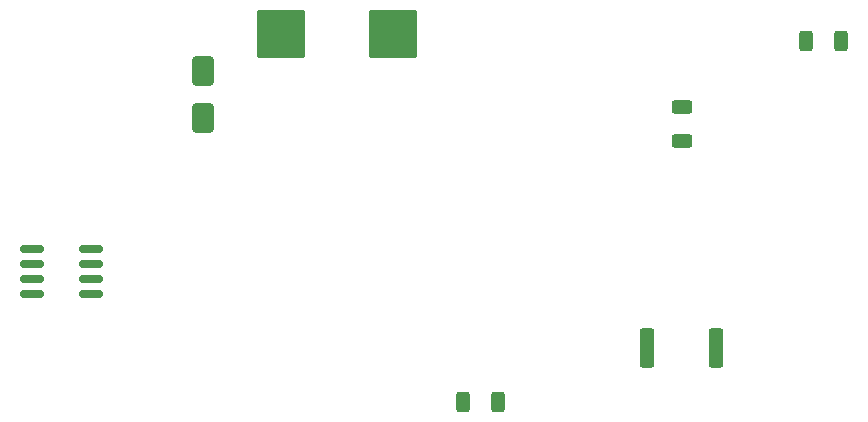
<source format=gtp>
%TF.GenerationSoftware,KiCad,Pcbnew,9.0.2*%
%TF.CreationDate,2025-06-21T01:00:01+02:00*%
%TF.ProjectId,schaltung,73636861-6c74-4756-9e67-2e6b69636164,B*%
%TF.SameCoordinates,Original*%
%TF.FileFunction,Paste,Top*%
%TF.FilePolarity,Positive*%
%FSLAX46Y46*%
G04 Gerber Fmt 4.6, Leading zero omitted, Abs format (unit mm)*
G04 Created by KiCad (PCBNEW 9.0.2) date 2025-06-21 01:00:01*
%MOMM*%
%LPD*%
G01*
G04 APERTURE LIST*
G04 Aperture macros list*
%AMRoundRect*
0 Rectangle with rounded corners*
0 $1 Rounding radius*
0 $2 $3 $4 $5 $6 $7 $8 $9 X,Y pos of 4 corners*
0 Add a 4 corners polygon primitive as box body*
4,1,4,$2,$3,$4,$5,$6,$7,$8,$9,$2,$3,0*
0 Add four circle primitives for the rounded corners*
1,1,$1+$1,$2,$3*
1,1,$1+$1,$4,$5*
1,1,$1+$1,$6,$7*
1,1,$1+$1,$8,$9*
0 Add four rect primitives between the rounded corners*
20,1,$1+$1,$2,$3,$4,$5,0*
20,1,$1+$1,$4,$5,$6,$7,0*
20,1,$1+$1,$6,$7,$8,$9,0*
20,1,$1+$1,$8,$9,$2,$3,0*%
G04 Aperture macros list end*
%ADD10RoundRect,0.250000X-0.625000X0.312500X-0.625000X-0.312500X0.625000X-0.312500X0.625000X0.312500X0*%
%ADD11RoundRect,0.250000X-0.312500X-0.625000X0.312500X-0.625000X0.312500X0.625000X-0.312500X0.625000X0*%
%ADD12RoundRect,0.250000X-0.650000X1.000000X-0.650000X-1.000000X0.650000X-1.000000X0.650000X1.000000X0*%
%ADD13RoundRect,0.150000X-0.825000X-0.150000X0.825000X-0.150000X0.825000X0.150000X-0.825000X0.150000X0*%
%ADD14RoundRect,0.250002X-1.799998X-1.799998X1.799998X-1.799998X1.799998X1.799998X-1.799998X1.799998X0*%
%ADD15RoundRect,0.250000X0.362500X1.425000X-0.362500X1.425000X-0.362500X-1.425000X0.362500X-1.425000X0*%
G04 APERTURE END LIST*
D10*
%TO.C,R4_Bleed1*%
X143510000Y-62037500D03*
X143510000Y-64962500D03*
%TD*%
D11*
%TO.C,R2*%
X154037500Y-56500000D03*
X156962500Y-56500000D03*
%TD*%
%TO.C,R3*%
X125037500Y-87000000D03*
X127962500Y-87000000D03*
%TD*%
D12*
%TO.C,D1*%
X103000000Y-59000000D03*
X103000000Y-63000000D03*
%TD*%
D13*
%TO.C,U1*%
X88525000Y-74095000D03*
X88525000Y-75365000D03*
X88525000Y-76635000D03*
X88525000Y-77905000D03*
X93475000Y-77905000D03*
X93475000Y-76635000D03*
X93475000Y-75365000D03*
X93475000Y-74095000D03*
%TD*%
D14*
%TO.C,L1*%
X109550000Y-55880000D03*
X119050000Y-55880000D03*
%TD*%
D15*
%TO.C,R1*%
X146462500Y-82500000D03*
X140537500Y-82500000D03*
%TD*%
M02*

</source>
